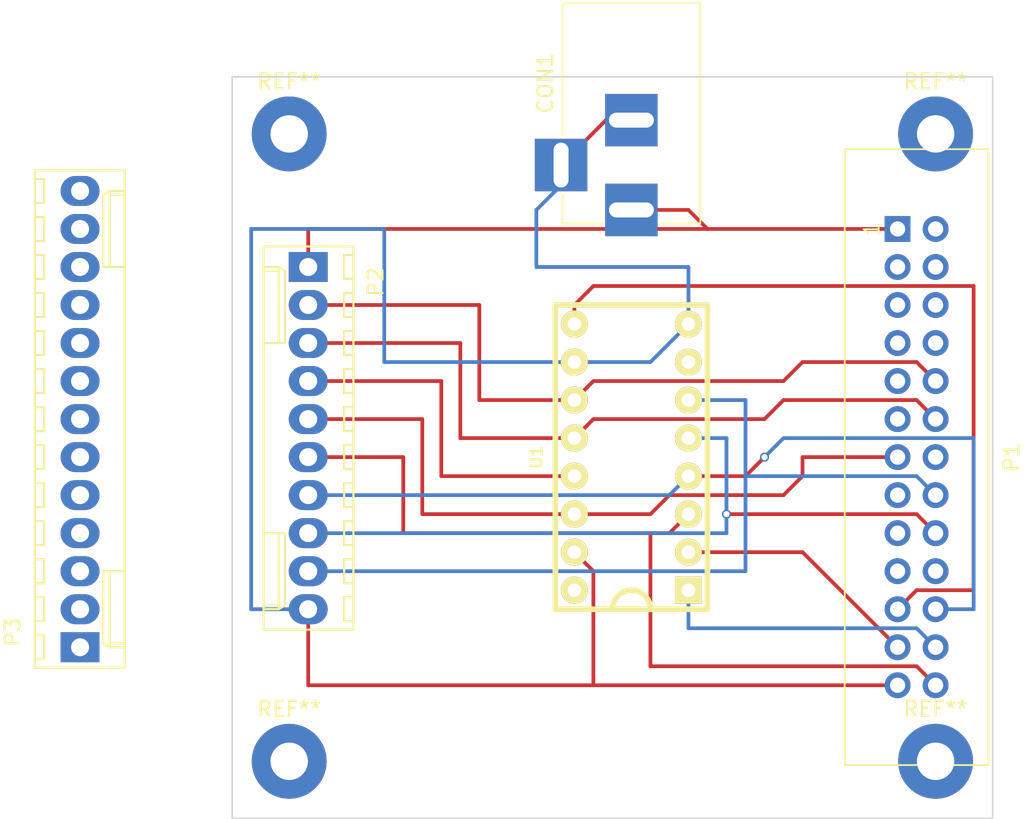
<source format=kicad_pcb>
(kicad_pcb (version 4) (host pcbnew 4.0.5-e0-6337~49~ubuntu16.04.1)

  (general
    (links 28)
    (no_connects 2)
    (area 130.759999 59.639999 181.660001 109.270001)
    (thickness 1.6)
    (drawings 4)
    (tracks 93)
    (zones 0)
    (modules 9)
    (nets 41)
  )

  (page A4)
  (layers
    (0 F.Cu signal)
    (31 B.Cu signal)
    (32 B.Adhes user)
    (33 F.Adhes user)
    (34 B.Paste user)
    (35 F.Paste user)
    (36 B.SilkS user)
    (37 F.SilkS user)
    (38 B.Mask user)
    (39 F.Mask user)
    (40 Dwgs.User user)
    (41 Cmts.User user)
    (42 Eco1.User user)
    (43 Eco2.User user)
    (44 Edge.Cuts user)
    (45 Margin user)
    (46 B.CrtYd user)
    (47 F.CrtYd user)
    (48 B.Fab user)
    (49 F.Fab user)
  )

  (setup
    (last_trace_width 0.25)
    (trace_clearance 0.2)
    (zone_clearance 0.508)
    (zone_45_only no)
    (trace_min 0.2)
    (segment_width 0.2)
    (edge_width 0.1)
    (via_size 0.6)
    (via_drill 0.4)
    (via_min_size 0.4)
    (via_min_drill 0.3)
    (uvia_size 0.3)
    (uvia_drill 0.1)
    (uvias_allowed no)
    (uvia_min_size 0.2)
    (uvia_min_drill 0.1)
    (pcb_text_width 0.3)
    (pcb_text_size 1.5 1.5)
    (mod_edge_width 0.15)
    (mod_text_size 1 1)
    (mod_text_width 0.15)
    (pad_size 1.5 1.5)
    (pad_drill 0.6)
    (pad_to_mask_clearance 0)
    (aux_axis_origin 0 0)
    (grid_origin 123.19 52.07)
    (visible_elements FFFFFF7F)
    (pcbplotparams
      (layerselection 0x00030_80000001)
      (usegerberextensions false)
      (excludeedgelayer true)
      (linewidth 0.100000)
      (plotframeref false)
      (viasonmask false)
      (mode 1)
      (useauxorigin false)
      (hpglpennumber 1)
      (hpglpenspeed 20)
      (hpglpendiameter 15)
      (hpglpenoverlay 2)
      (psnegative false)
      (psa4output false)
      (plotreference true)
      (plotvalue true)
      (plotinvisibletext false)
      (padsonsilk false)
      (subtractmaskfromsilk false)
      (outputformat 1)
      (mirror false)
      (drillshape 0)
      (scaleselection 1)
      (outputdirectory ""))
  )

  (net 0 "")
  (net 1 GND)
  (net 2 "Net-(P1-Pad2)")
  (net 3 "Net-(P1-Pad3)")
  (net 4 "Net-(P1-Pad4)")
  (net 5 "Net-(P1-Pad5)")
  (net 6 "Net-(P1-Pad6)")
  (net 7 "Net-(P1-Pad7)")
  (net 8 "Net-(P1-Pad9)")
  (net 9 "Net-(P1-Pad11)")
  (net 10 "Net-(P1-Pad14)")
  (net 11 "Net-(P1-Pad15)")
  (net 12 "Net-(P1-Pad17)")
  (net 13 "Net-(P1-Pad19)")
  (net 14 "Net-(P1-Pad20)")
  (net 15 +3V3)
  (net 16 "Net-(U1-Pad7)")
  (net 17 VCC)
  (net 18 /D2)
  (net 19 /D0)
  (net 20 /D1)
  (net 21 /D3)
  (net 22 /D7)
  (net 23 /D6)
  (net 24 /D5)
  (net 25 /D4)
  (net 26 /MISO)
  (net 27 /Clock)
  (net 28 /Load)
  (net 29 +5V)
  (net 30 "Net-(P3-Pad3)")
  (net 31 "Net-(P3-Pad4)")
  (net 32 "Net-(P3-Pad5)")
  (net 33 "Net-(P3-Pad6)")
  (net 34 "Net-(P3-Pad7)")
  (net 35 "Net-(P3-Pad8)")
  (net 36 "Net-(P3-Pad9)")
  (net 37 "Net-(P3-Pad10)")
  (net 38 "Net-(P3-Pad11)")
  (net 39 "Net-(P3-Pad12)")
  (net 40 "Net-(P3-Pad13)")

  (net_class Default "This is the default net class."
    (clearance 0.2)
    (trace_width 0.25)
    (via_dia 0.6)
    (via_drill 0.4)
    (uvia_dia 0.3)
    (uvia_drill 0.1)
    (add_net +3V3)
    (add_net +5V)
    (add_net /Clock)
    (add_net /D0)
    (add_net /D1)
    (add_net /D2)
    (add_net /D3)
    (add_net /D4)
    (add_net /D5)
    (add_net /D6)
    (add_net /D7)
    (add_net /Load)
    (add_net /MISO)
    (add_net GND)
    (add_net "Net-(P1-Pad11)")
    (add_net "Net-(P1-Pad14)")
    (add_net "Net-(P1-Pad15)")
    (add_net "Net-(P1-Pad17)")
    (add_net "Net-(P1-Pad19)")
    (add_net "Net-(P1-Pad2)")
    (add_net "Net-(P1-Pad20)")
    (add_net "Net-(P1-Pad3)")
    (add_net "Net-(P1-Pad4)")
    (add_net "Net-(P1-Pad5)")
    (add_net "Net-(P1-Pad6)")
    (add_net "Net-(P1-Pad7)")
    (add_net "Net-(P1-Pad9)")
    (add_net "Net-(P3-Pad10)")
    (add_net "Net-(P3-Pad11)")
    (add_net "Net-(P3-Pad12)")
    (add_net "Net-(P3-Pad13)")
    (add_net "Net-(P3-Pad3)")
    (add_net "Net-(P3-Pad4)")
    (add_net "Net-(P3-Pad5)")
    (add_net "Net-(P3-Pad6)")
    (add_net "Net-(P3-Pad7)")
    (add_net "Net-(P3-Pad8)")
    (add_net "Net-(P3-Pad9)")
    (add_net "Net-(U1-Pad7)")
    (add_net VCC)
  )

  (module Connect:IDC_Header_Straight_26pins (layer F.Cu) (tedit 0) (tstamp 58716D2A)
    (at 175.26 69.85 270)
    (descr "26 pins through hole IDC header")
    (tags "IDC header socket VASCH")
    (path /585C4A7F)
    (fp_text reference P1 (at 15.24 -7.62 270) (layer F.SilkS)
      (effects (font (size 1 1) (thickness 0.15)))
    )
    (fp_text value CONN_02X13 (at 15.24 5.223 270) (layer F.Fab)
      (effects (font (size 1 1) (thickness 0.15)))
    )
    (fp_line (start -5.08 -5.82) (end 35.56 -5.82) (layer F.Fab) (width 0.1))
    (fp_line (start -4.54 -5.27) (end 35 -5.27) (layer F.Fab) (width 0.1))
    (fp_line (start -5.08 3.28) (end 35.56 3.28) (layer F.Fab) (width 0.1))
    (fp_line (start -4.54 2.73) (end 12.99 2.73) (layer F.Fab) (width 0.1))
    (fp_line (start 17.49 2.73) (end 35 2.73) (layer F.Fab) (width 0.1))
    (fp_line (start 12.99 2.73) (end 12.99 3.28) (layer F.Fab) (width 0.1))
    (fp_line (start 17.49 2.73) (end 17.49 3.28) (layer F.Fab) (width 0.1))
    (fp_line (start -5.08 -5.82) (end -5.08 3.28) (layer F.Fab) (width 0.1))
    (fp_line (start -4.54 -5.27) (end -4.54 2.73) (layer F.Fab) (width 0.1))
    (fp_line (start 35.56 -5.82) (end 35.56 3.28) (layer F.Fab) (width 0.1))
    (fp_line (start 35 -5.27) (end 35 2.73) (layer F.Fab) (width 0.1))
    (fp_line (start -5.08 -5.82) (end -4.54 -5.27) (layer F.Fab) (width 0.1))
    (fp_line (start 35.56 -5.82) (end 35 -5.27) (layer F.Fab) (width 0.1))
    (fp_line (start -5.08 3.28) (end -4.54 2.73) (layer F.Fab) (width 0.1))
    (fp_line (start 35.56 3.28) (end 35 2.73) (layer F.Fab) (width 0.1))
    (fp_line (start -5.58 -6.32) (end 36.06 -6.32) (layer F.CrtYd) (width 0.05))
    (fp_line (start 36.06 -6.32) (end 36.06 3.78) (layer F.CrtYd) (width 0.05))
    (fp_line (start 36.06 3.78) (end -5.58 3.78) (layer F.CrtYd) (width 0.05))
    (fp_line (start -5.58 3.78) (end -5.58 -6.32) (layer F.CrtYd) (width 0.05))
    (fp_text user 1 (at 0.02 1.72 270) (layer F.SilkS)
      (effects (font (size 1 1) (thickness 0.12)))
    )
    (fp_line (start -5.33 -6.07) (end 35.81 -6.07) (layer F.SilkS) (width 0.12))
    (fp_line (start 35.81 -6.07) (end 35.81 3.53) (layer F.SilkS) (width 0.12))
    (fp_line (start 35.81 3.53) (end -5.33 3.53) (layer F.SilkS) (width 0.12))
    (fp_line (start -5.33 3.53) (end -5.33 -6.07) (layer F.SilkS) (width 0.12))
    (pad 1 thru_hole rect (at 0 0 270) (size 1.7272 1.7272) (drill 1.016) (layers *.Cu *.Mask)
      (net 15 +3V3))
    (pad 2 thru_hole oval (at 0 -2.54 270) (size 1.7272 1.7272) (drill 1.016) (layers *.Cu *.Mask)
      (net 2 "Net-(P1-Pad2)"))
    (pad 3 thru_hole oval (at 2.54 0 270) (size 1.7272 1.7272) (drill 1.016) (layers *.Cu *.Mask)
      (net 3 "Net-(P1-Pad3)"))
    (pad 4 thru_hole oval (at 2.54 -2.54 270) (size 1.7272 1.7272) (drill 1.016) (layers *.Cu *.Mask)
      (net 4 "Net-(P1-Pad4)"))
    (pad 5 thru_hole oval (at 5.08 0 270) (size 1.7272 1.7272) (drill 1.016) (layers *.Cu *.Mask)
      (net 5 "Net-(P1-Pad5)"))
    (pad 6 thru_hole oval (at 5.08 -2.54 270) (size 1.7272 1.7272) (drill 1.016) (layers *.Cu *.Mask)
      (net 6 "Net-(P1-Pad6)"))
    (pad 7 thru_hole oval (at 7.62 0 270) (size 1.7272 1.7272) (drill 1.016) (layers *.Cu *.Mask)
      (net 7 "Net-(P1-Pad7)"))
    (pad 8 thru_hole oval (at 7.62 -2.54 270) (size 1.7272 1.7272) (drill 1.016) (layers *.Cu *.Mask)
      (net 18 /D2))
    (pad 9 thru_hole oval (at 10.16 0 270) (size 1.7272 1.7272) (drill 1.016) (layers *.Cu *.Mask)
      (net 8 "Net-(P1-Pad9)"))
    (pad 10 thru_hole oval (at 10.16 -2.54 270) (size 1.7272 1.7272) (drill 1.016) (layers *.Cu *.Mask)
      (net 19 /D0))
    (pad 11 thru_hole oval (at 12.7 0 270) (size 1.7272 1.7272) (drill 1.016) (layers *.Cu *.Mask)
      (net 9 "Net-(P1-Pad11)"))
    (pad 12 thru_hole oval (at 12.7 -2.54 270) (size 1.7272 1.7272) (drill 1.016) (layers *.Cu *.Mask)
      (net 20 /D1))
    (pad 13 thru_hole oval (at 15.24 0 270) (size 1.7272 1.7272) (drill 1.016) (layers *.Cu *.Mask)
      (net 21 /D3))
    (pad 14 thru_hole oval (at 15.24 -2.54 270) (size 1.7272 1.7272) (drill 1.016) (layers *.Cu *.Mask)
      (net 10 "Net-(P1-Pad14)"))
    (pad 15 thru_hole oval (at 17.78 0 270) (size 1.7272 1.7272) (drill 1.016) (layers *.Cu *.Mask)
      (net 11 "Net-(P1-Pad15)"))
    (pad 16 thru_hole oval (at 17.78 -2.54 270) (size 1.7272 1.7272) (drill 1.016) (layers *.Cu *.Mask)
      (net 22 /D7))
    (pad 17 thru_hole oval (at 20.32 0 270) (size 1.7272 1.7272) (drill 1.016) (layers *.Cu *.Mask)
      (net 12 "Net-(P1-Pad17)"))
    (pad 18 thru_hole oval (at 20.32 -2.54 270) (size 1.7272 1.7272) (drill 1.016) (layers *.Cu *.Mask)
      (net 23 /D6))
    (pad 19 thru_hole oval (at 22.86 0 270) (size 1.7272 1.7272) (drill 1.016) (layers *.Cu *.Mask)
      (net 13 "Net-(P1-Pad19)"))
    (pad 20 thru_hole oval (at 22.86 -2.54 270) (size 1.7272 1.7272) (drill 1.016) (layers *.Cu *.Mask)
      (net 14 "Net-(P1-Pad20)"))
    (pad 21 thru_hole oval (at 25.4 0 270) (size 1.7272 1.7272) (drill 1.016) (layers *.Cu *.Mask)
      (net 26 /MISO))
    (pad 22 thru_hole oval (at 25.4 -2.54 270) (size 1.7272 1.7272) (drill 1.016) (layers *.Cu *.Mask)
      (net 24 /D5))
    (pad 23 thru_hole oval (at 27.94 0 270) (size 1.7272 1.7272) (drill 1.016) (layers *.Cu *.Mask)
      (net 27 /Clock))
    (pad 24 thru_hole oval (at 27.94 -2.54 270) (size 1.7272 1.7272) (drill 1.016) (layers *.Cu *.Mask)
      (net 28 /Load))
    (pad 25 thru_hole oval (at 30.48 0 270) (size 1.7272 1.7272) (drill 1.016) (layers *.Cu *.Mask)
      (net 1 GND))
    (pad 26 thru_hole oval (at 30.48 -2.54 270) (size 1.7272 1.7272) (drill 1.016) (layers *.Cu *.Mask)
      (net 25 /D4))
  )

  (module Connectors_Molex:Molex_KK-6410-10_10x2.54mm_Straight (layer F.Cu) (tedit 56C6219D) (tstamp 58716D6C)
    (at 135.89 72.39 270)
    (descr "Connector Headers with Friction Lock, 22-27-2101, http://www.molex.com/pdm_docs/sd/022272021_sd.pdf")
    (tags "connector molex kk_6410 22-27-2101")
    (path /585C4A00)
    (fp_text reference P2 (at 1 -4.5 270) (layer F.SilkS)
      (effects (font (size 1 1) (thickness 0.15)))
    )
    (fp_text value CONN_01X10 (at 11.43 4.5 270) (layer F.Fab)
      (effects (font (size 1 1) (thickness 0.15)))
    )
    (fp_line (start -1.37 -3.02) (end -1.37 2.98) (layer F.SilkS) (width 0.15))
    (fp_line (start -1.37 2.98) (end 24.23 2.98) (layer F.SilkS) (width 0.15))
    (fp_line (start 24.23 2.98) (end 24.23 -3.02) (layer F.SilkS) (width 0.15))
    (fp_line (start 24.23 -3.02) (end -1.37 -3.02) (layer F.SilkS) (width 0.15))
    (fp_line (start 0 2.98) (end 0 1.98) (layer F.SilkS) (width 0.15))
    (fp_line (start 0 1.98) (end 5.08 1.98) (layer F.SilkS) (width 0.15))
    (fp_line (start 5.08 1.98) (end 5.08 2.98) (layer F.SilkS) (width 0.15))
    (fp_line (start 0 1.98) (end 0.25 1.55) (layer F.SilkS) (width 0.15))
    (fp_line (start 0.25 1.55) (end 5.08 1.55) (layer F.SilkS) (width 0.15))
    (fp_line (start 5.08 1.55) (end 5.08 1.98) (layer F.SilkS) (width 0.15))
    (fp_line (start 0.25 2.98) (end 0.25 1.98) (layer F.SilkS) (width 0.15))
    (fp_line (start 22.86 2.98) (end 22.86 1.98) (layer F.SilkS) (width 0.15))
    (fp_line (start 22.86 1.98) (end 17.78 1.98) (layer F.SilkS) (width 0.15))
    (fp_line (start 17.78 1.98) (end 17.78 2.98) (layer F.SilkS) (width 0.15))
    (fp_line (start 22.86 1.98) (end 22.61 1.55) (layer F.SilkS) (width 0.15))
    (fp_line (start 22.61 1.55) (end 17.78 1.55) (layer F.SilkS) (width 0.15))
    (fp_line (start 17.78 1.55) (end 17.78 1.98) (layer F.SilkS) (width 0.15))
    (fp_line (start 22.61 2.98) (end 22.61 1.98) (layer F.SilkS) (width 0.15))
    (fp_line (start -0.8 -3.02) (end -0.8 -2.4) (layer F.SilkS) (width 0.15))
    (fp_line (start -0.8 -2.4) (end 0.8 -2.4) (layer F.SilkS) (width 0.15))
    (fp_line (start 0.8 -2.4) (end 0.8 -3.02) (layer F.SilkS) (width 0.15))
    (fp_line (start 1.74 -3.02) (end 1.74 -2.4) (layer F.SilkS) (width 0.15))
    (fp_line (start 1.74 -2.4) (end 3.34 -2.4) (layer F.SilkS) (width 0.15))
    (fp_line (start 3.34 -2.4) (end 3.34 -3.02) (layer F.SilkS) (width 0.15))
    (fp_line (start 4.28 -3.02) (end 4.28 -2.4) (layer F.SilkS) (width 0.15))
    (fp_line (start 4.28 -2.4) (end 5.88 -2.4) (layer F.SilkS) (width 0.15))
    (fp_line (start 5.88 -2.4) (end 5.88 -3.02) (layer F.SilkS) (width 0.15))
    (fp_line (start 6.82 -3.02) (end 6.82 -2.4) (layer F.SilkS) (width 0.15))
    (fp_line (start 6.82 -2.4) (end 8.42 -2.4) (layer F.SilkS) (width 0.15))
    (fp_line (start 8.42 -2.4) (end 8.42 -3.02) (layer F.SilkS) (width 0.15))
    (fp_line (start 9.36 -3.02) (end 9.36 -2.4) (layer F.SilkS) (width 0.15))
    (fp_line (start 9.36 -2.4) (end 10.96 -2.4) (layer F.SilkS) (width 0.15))
    (fp_line (start 10.96 -2.4) (end 10.96 -3.02) (layer F.SilkS) (width 0.15))
    (fp_line (start 11.9 -3.02) (end 11.9 -2.4) (layer F.SilkS) (width 0.15))
    (fp_line (start 11.9 -2.4) (end 13.5 -2.4) (layer F.SilkS) (width 0.15))
    (fp_line (start 13.5 -2.4) (end 13.5 -3.02) (layer F.SilkS) (width 0.15))
    (fp_line (start 14.44 -3.02) (end 14.44 -2.4) (layer F.SilkS) (width 0.15))
    (fp_line (start 14.44 -2.4) (end 16.04 -2.4) (layer F.SilkS) (width 0.15))
    (fp_line (start 16.04 -2.4) (end 16.04 -3.02) (layer F.SilkS) (width 0.15))
    (fp_line (start 16.98 -3.02) (end 16.98 -2.4) (layer F.SilkS) (width 0.15))
    (fp_line (start 16.98 -2.4) (end 18.58 -2.4) (layer F.SilkS) (width 0.15))
    (fp_line (start 18.58 -2.4) (end 18.58 -3.02) (layer F.SilkS) (width 0.15))
    (fp_line (start 19.52 -3.02) (end 19.52 -2.4) (layer F.SilkS) (width 0.15))
    (fp_line (start 19.52 -2.4) (end 21.12 -2.4) (layer F.SilkS) (width 0.15))
    (fp_line (start 21.12 -2.4) (end 21.12 -3.02) (layer F.SilkS) (width 0.15))
    (fp_line (start 22.06 -3.02) (end 22.06 -2.4) (layer F.SilkS) (width 0.15))
    (fp_line (start 22.06 -2.4) (end 23.66 -2.4) (layer F.SilkS) (width 0.15))
    (fp_line (start 23.66 -2.4) (end 23.66 -3.02) (layer F.SilkS) (width 0.15))
    (fp_line (start -1.9 3.5) (end -1.9 -3.55) (layer F.CrtYd) (width 0.05))
    (fp_line (start -1.9 -3.55) (end 24.75 -3.55) (layer F.CrtYd) (width 0.05))
    (fp_line (start 24.75 -3.55) (end 24.75 3.5) (layer F.CrtYd) (width 0.05))
    (fp_line (start 24.75 3.5) (end -1.9 3.5) (layer F.CrtYd) (width 0.05))
    (pad 1 thru_hole rect (at 0 0 270) (size 2 2.6) (drill 1.2) (layers *.Cu *.Mask)
      (net 15 +3V3))
    (pad 2 thru_hole oval (at 2.54 0 270) (size 2 2.6) (drill 1.2) (layers *.Cu *.Mask)
      (net 19 /D0))
    (pad 3 thru_hole oval (at 5.08 0 270) (size 2 2.6) (drill 1.2) (layers *.Cu *.Mask)
      (net 20 /D1))
    (pad 4 thru_hole oval (at 7.62 0 270) (size 2 2.6) (drill 1.2) (layers *.Cu *.Mask)
      (net 18 /D2))
    (pad 5 thru_hole oval (at 10.16 0 270) (size 2 2.6) (drill 1.2) (layers *.Cu *.Mask)
      (net 21 /D3))
    (pad 6 thru_hole oval (at 12.7 0 270) (size 2 2.6) (drill 1.2) (layers *.Cu *.Mask)
      (net 25 /D4))
    (pad 7 thru_hole oval (at 15.24 0 270) (size 2 2.6) (drill 1.2) (layers *.Cu *.Mask)
      (net 24 /D5))
    (pad 8 thru_hole oval (at 17.78 0 270) (size 2 2.6) (drill 1.2) (layers *.Cu *.Mask)
      (net 23 /D6))
    (pad 9 thru_hole oval (at 20.32 0 270) (size 2 2.6) (drill 1.2) (layers *.Cu *.Mask)
      (net 22 /D7))
    (pad 10 thru_hole oval (at 22.86 0 270) (size 2 2.6) (drill 1.2) (layers *.Cu *.Mask)
      (net 1 GND))
  )

  (module dip:DIP16 (layer F.Cu) (tedit 0) (tstamp 58716D86)
    (at 157.48 85.09 90)
    (path /585C4865)
    (fp_text reference U1 (at 0 -6.35 90) (layer F.SilkS)
      (effects (font (size 0.762 0.762) (thickness 0.1524)))
    )
    (fp_text value 74LS165 (at 0 0 90) (layer F.SilkS) hide
      (effects (font (size 0.762 0.762) (thickness 0.1524)))
    )
    (fp_arc (start -10.16 0) (end -10.16 -1.27) (angle 90) (layer F.SilkS) (width 0.381))
    (fp_arc (start -10.16 0) (end -8.89 0) (angle 90) (layer F.SilkS) (width 0.381))
    (fp_line (start -10.16 -5.08) (end -10.16 5.08) (layer F.SilkS) (width 0.381))
    (fp_line (start -10.16 5.08) (end 10.16 5.08) (layer F.SilkS) (width 0.381))
    (fp_line (start 10.16 5.08) (end 10.16 -5.08) (layer F.SilkS) (width 0.381))
    (fp_line (start 10.16 -5.08) (end -10.16 -5.08) (layer F.SilkS) (width 0.381))
    (pad 1 thru_hole rect (at -8.89 3.81 90) (size 1.8 1.8) (drill 0.9) (layers *.Cu *.Mask F.SilkS)
      (net 28 /Load))
    (pad 2 thru_hole circle (at -6.35 3.81 90) (size 1.8 1.8) (drill 0.9) (layers *.Cu *.Mask F.SilkS)
      (net 27 /Clock))
    (pad 4 thru_hole circle (at -1.27 3.81 90) (size 1.8 1.8) (drill 0.9) (layers *.Cu *.Mask F.SilkS)
      (net 24 /D5))
    (pad 5 thru_hole circle (at 1.27 3.81 90) (size 1.8 1.8) (drill 0.9) (layers *.Cu *.Mask F.SilkS)
      (net 23 /D6))
    (pad 6 thru_hole circle (at 3.81 3.81 90) (size 1.8 1.8) (drill 0.9) (layers *.Cu *.Mask F.SilkS)
      (net 22 /D7))
    (pad 7 thru_hole circle (at 6.35 3.81 90) (size 1.8 1.8) (drill 0.9) (layers *.Cu *.Mask F.SilkS)
      (net 16 "Net-(U1-Pad7)"))
    (pad 8 thru_hole circle (at 8.89 3.81 90) (size 1.8 1.8) (drill 0.9) (layers *.Cu *.Mask F.SilkS)
      (net 1 GND))
    (pad 9 thru_hole circle (at 8.89 -3.81 90) (size 1.8 1.8) (drill 0.9) (layers *.Cu *.Mask F.SilkS)
      (net 26 /MISO))
    (pad 10 thru_hole circle (at 6.35 -3.81 90) (size 1.8 1.8) (drill 0.9) (layers *.Cu *.Mask F.SilkS)
      (net 1 GND))
    (pad 11 thru_hole circle (at 3.81 -3.81 90) (size 1.8 1.8) (drill 0.9) (layers *.Cu *.Mask F.SilkS)
      (net 19 /D0))
    (pad 12 thru_hole circle (at 1.27 -3.81 90) (size 1.8 1.8) (drill 0.9) (layers *.Cu *.Mask F.SilkS)
      (net 20 /D1))
    (pad 13 thru_hole circle (at -1.27 -3.81 90) (size 1.8 1.8) (drill 0.9) (layers *.Cu *.Mask F.SilkS)
      (net 18 /D2))
    (pad 14 thru_hole circle (at -3.81 -3.81 90) (size 1.8 1.8) (drill 0.9) (layers *.Cu *.Mask F.SilkS)
      (net 21 /D3))
    (pad 15 thru_hole circle (at -6.35 -3.81 90) (size 1.8 1.8) (drill 0.9) (layers *.Cu *.Mask F.SilkS)
      (net 1 GND))
    (pad 16 thru_hole circle (at -8.89 -3.81 90) (size 1.8 1.8) (drill 0.9) (layers *.Cu *.Mask F.SilkS)
      (net 17 VCC))
    (pad 3 thru_hole circle (at -3.81 3.81 90) (size 1.8 1.8) (drill 0.9) (layers *.Cu *.Mask F.SilkS)
      (net 25 /D4))
  )

  (module Mounting_Holes:MountingHole_2.5mm_Pad (layer F.Cu) (tedit 5872A8C5) (tstamp 58728FBE)
    (at 177.8 63.5)
    (descr "Mounting Hole 2.5mm")
    (tags "mounting hole 2.5mm")
    (fp_text reference REF** (at 0 -3.5) (layer F.SilkS)
      (effects (font (size 1 1) (thickness 0.15)))
    )
    (fp_text value "" (at 0 3.5) (layer F.Fab)
      (effects (font (size 1 1) (thickness 0.15)))
    )
    (fp_circle (center 0 0) (end 2.5 0) (layer Cmts.User) (width 0.15))
    (fp_circle (center 0 0) (end 2.75 0) (layer F.CrtYd) (width 0.05))
    (pad 1 thru_hole circle (at 0 0) (size 5 5) (drill 2.5) (layers *.Cu *.Mask))
  )

  (module Mounting_Holes:MountingHole_2.5mm_Pad (layer F.Cu) (tedit 5872A8D2) (tstamp 58728FE4)
    (at 177.8 105.41)
    (descr "Mounting Hole 2.5mm")
    (tags "mounting hole 2.5mm")
    (fp_text reference REF** (at 0 -3.5) (layer F.SilkS)
      (effects (font (size 1 1) (thickness 0.15)))
    )
    (fp_text value "" (at 0 3.5) (layer F.Fab)
      (effects (font (size 1 1) (thickness 0.15)))
    )
    (fp_circle (center 0 0) (end 2.5 0) (layer Cmts.User) (width 0.15))
    (fp_circle (center 0 0) (end 2.75 0) (layer F.CrtYd) (width 0.05))
    (pad 1 thru_hole circle (at 0 0) (size 5 5) (drill 2.5) (layers *.Cu *.Mask))
  )

  (module Mounting_Holes:MountingHole_2.5mm_Pad (layer F.Cu) (tedit 5872A8DD) (tstamp 58728FF5)
    (at 134.62 105.41)
    (descr "Mounting Hole 2.5mm")
    (tags "mounting hole 2.5mm")
    (fp_text reference REF** (at 0 -3.5) (layer F.SilkS)
      (effects (font (size 1 1) (thickness 0.15)))
    )
    (fp_text value "" (at 0 3.5) (layer F.Fab)
      (effects (font (size 1 1) (thickness 0.15)))
    )
    (fp_circle (center 0 0) (end 2.5 0) (layer Cmts.User) (width 0.15))
    (fp_circle (center 0 0) (end 2.75 0) (layer F.CrtYd) (width 0.05))
    (pad 1 thru_hole circle (at 0 0) (size 5 5) (drill 2.5) (layers *.Cu *.Mask))
  )

  (module Mounting_Holes:MountingHole_2.5mm_Pad (layer F.Cu) (tedit 5872A8AE) (tstamp 58728FFE)
    (at 134.62 63.5)
    (descr "Mounting Hole 2.5mm")
    (tags "mounting hole 2.5mm")
    (fp_text reference REF** (at 0 -3.5) (layer F.SilkS)
      (effects (font (size 1 1) (thickness 0.15)))
    )
    (fp_text value "" (at 0 3.5) (layer F.Fab)
      (effects (font (size 1 1) (thickness 0.15)))
    )
    (fp_circle (center 0 0) (end 2.5 0) (layer Cmts.User) (width 0.15))
    (fp_circle (center 0 0) (end 2.75 0) (layer F.CrtYd) (width 0.05))
    (pad 1 thru_hole circle (at 0 0) (size 5 5) (drill 2.5) (layers *.Cu *.Mask))
  )

  (module Connect:BARREL_JACK (layer F.Cu) (tedit 5861378E) (tstamp 587B35A4)
    (at 157.48 68.58 270)
    (descr "DC Barrel Jack")
    (tags "Power Jack")
    (path /587B349B)
    (fp_text reference CON1 (at -8.45 5.75 450) (layer F.SilkS)
      (effects (font (size 1 1) (thickness 0.15)))
    )
    (fp_text value BARREL_JACK (at -6.2 -5.5 270) (layer F.Fab)
      (effects (font (size 1 1) (thickness 0.15)))
    )
    (fp_line (start 1 -4.5) (end 1 -4.75) (layer F.CrtYd) (width 0.05))
    (fp_line (start 1 -4.75) (end -14 -4.75) (layer F.CrtYd) (width 0.05))
    (fp_line (start 1 -4.5) (end 1 -2) (layer F.CrtYd) (width 0.05))
    (fp_line (start 1 -2) (end 2 -2) (layer F.CrtYd) (width 0.05))
    (fp_line (start 2 -2) (end 2 2) (layer F.CrtYd) (width 0.05))
    (fp_line (start 2 2) (end 1 2) (layer F.CrtYd) (width 0.05))
    (fp_line (start 1 2) (end 1 4.75) (layer F.CrtYd) (width 0.05))
    (fp_line (start 1 4.75) (end -1 4.75) (layer F.CrtYd) (width 0.05))
    (fp_line (start -1 4.75) (end -1 6.75) (layer F.CrtYd) (width 0.05))
    (fp_line (start -1 6.75) (end -5 6.75) (layer F.CrtYd) (width 0.05))
    (fp_line (start -5 6.75) (end -5 4.75) (layer F.CrtYd) (width 0.05))
    (fp_line (start -5 4.75) (end -14 4.75) (layer F.CrtYd) (width 0.05))
    (fp_line (start -14 4.75) (end -14 -4.75) (layer F.CrtYd) (width 0.05))
    (fp_line (start -5 4.6) (end -13.8 4.6) (layer F.SilkS) (width 0.12))
    (fp_line (start -13.8 4.6) (end -13.8 -4.6) (layer F.SilkS) (width 0.12))
    (fp_line (start 0.9 1.9) (end 0.9 4.6) (layer F.SilkS) (width 0.12))
    (fp_line (start 0.9 4.6) (end -1 4.6) (layer F.SilkS) (width 0.12))
    (fp_line (start -13.8 -4.6) (end 0.9 -4.6) (layer F.SilkS) (width 0.12))
    (fp_line (start 0.9 -4.6) (end 0.9 -2) (layer F.SilkS) (width 0.12))
    (fp_line (start -10.2 -4.5) (end -10.2 4.5) (layer F.Fab) (width 0.1))
    (fp_line (start -13.7 -4.5) (end -13.7 4.5) (layer F.Fab) (width 0.1))
    (fp_line (start -13.7 4.5) (end 0.8 4.5) (layer F.Fab) (width 0.1))
    (fp_line (start 0.8 4.5) (end 0.8 -4.5) (layer F.Fab) (width 0.1))
    (fp_line (start 0.8 -4.5) (end -13.7 -4.5) (layer F.Fab) (width 0.1))
    (pad 1 thru_hole rect (at 0 0 270) (size 3.5 3.5) (drill oval 1 3) (layers *.Cu *.Mask)
      (net 15 +3V3))
    (pad 2 thru_hole rect (at -6 0 270) (size 3.5 3.5) (drill oval 1 3) (layers *.Cu *.Mask)
      (net 1 GND))
    (pad 3 thru_hole rect (at -3 4.7 270) (size 3.5 3.5) (drill oval 3 1) (layers *.Cu *.Mask)
      (net 1 GND))
  )

  (module Connectors_Molex:Molex_KK-6410-13_13x2.54mm_Straight (layer F.Cu) (tedit 56C6219D) (tstamp 587B4D92)
    (at 120.65 97.79 90)
    (descr "Connector Headers with Friction Lock, 22-27-2131, http://www.molex.com/pdm_docs/sd/022272021_sd.pdf")
    (tags "connector molex kk_6410 22-27-2131")
    (path /587B4668)
    (fp_text reference P3 (at 1 -4.5 90) (layer F.SilkS)
      (effects (font (size 1 1) (thickness 0.15)))
    )
    (fp_text value CONN_01X13 (at 15.24 4.5 90) (layer F.Fab)
      (effects (font (size 1 1) (thickness 0.15)))
    )
    (fp_line (start -1.37 -3.02) (end -1.37 2.98) (layer F.SilkS) (width 0.15))
    (fp_line (start -1.37 2.98) (end 31.85 2.98) (layer F.SilkS) (width 0.15))
    (fp_line (start 31.85 2.98) (end 31.85 -3.02) (layer F.SilkS) (width 0.15))
    (fp_line (start 31.85 -3.02) (end -1.37 -3.02) (layer F.SilkS) (width 0.15))
    (fp_line (start 0 2.98) (end 0 1.98) (layer F.SilkS) (width 0.15))
    (fp_line (start 0 1.98) (end 5.08 1.98) (layer F.SilkS) (width 0.15))
    (fp_line (start 5.08 1.98) (end 5.08 2.98) (layer F.SilkS) (width 0.15))
    (fp_line (start 0 1.98) (end 0.25 1.55) (layer F.SilkS) (width 0.15))
    (fp_line (start 0.25 1.55) (end 5.08 1.55) (layer F.SilkS) (width 0.15))
    (fp_line (start 5.08 1.55) (end 5.08 1.98) (layer F.SilkS) (width 0.15))
    (fp_line (start 0.25 2.98) (end 0.25 1.98) (layer F.SilkS) (width 0.15))
    (fp_line (start 30.48 2.98) (end 30.48 1.98) (layer F.SilkS) (width 0.15))
    (fp_line (start 30.48 1.98) (end 25.4 1.98) (layer F.SilkS) (width 0.15))
    (fp_line (start 25.4 1.98) (end 25.4 2.98) (layer F.SilkS) (width 0.15))
    (fp_line (start 30.48 1.98) (end 30.23 1.55) (layer F.SilkS) (width 0.15))
    (fp_line (start 30.23 1.55) (end 25.4 1.55) (layer F.SilkS) (width 0.15))
    (fp_line (start 25.4 1.55) (end 25.4 1.98) (layer F.SilkS) (width 0.15))
    (fp_line (start 30.23 2.98) (end 30.23 1.98) (layer F.SilkS) (width 0.15))
    (fp_line (start -0.8 -3.02) (end -0.8 -2.4) (layer F.SilkS) (width 0.15))
    (fp_line (start -0.8 -2.4) (end 0.8 -2.4) (layer F.SilkS) (width 0.15))
    (fp_line (start 0.8 -2.4) (end 0.8 -3.02) (layer F.SilkS) (width 0.15))
    (fp_line (start 1.74 -3.02) (end 1.74 -2.4) (layer F.SilkS) (width 0.15))
    (fp_line (start 1.74 -2.4) (end 3.34 -2.4) (layer F.SilkS) (width 0.15))
    (fp_line (start 3.34 -2.4) (end 3.34 -3.02) (layer F.SilkS) (width 0.15))
    (fp_line (start 4.28 -3.02) (end 4.28 -2.4) (layer F.SilkS) (width 0.15))
    (fp_line (start 4.28 -2.4) (end 5.88 -2.4) (layer F.SilkS) (width 0.15))
    (fp_line (start 5.88 -2.4) (end 5.88 -3.02) (layer F.SilkS) (width 0.15))
    (fp_line (start 6.82 -3.02) (end 6.82 -2.4) (layer F.SilkS) (width 0.15))
    (fp_line (start 6.82 -2.4) (end 8.42 -2.4) (layer F.SilkS) (width 0.15))
    (fp_line (start 8.42 -2.4) (end 8.42 -3.02) (layer F.SilkS) (width 0.15))
    (fp_line (start 9.36 -3.02) (end 9.36 -2.4) (layer F.SilkS) (width 0.15))
    (fp_line (start 9.36 -2.4) (end 10.96 -2.4) (layer F.SilkS) (width 0.15))
    (fp_line (start 10.96 -2.4) (end 10.96 -3.02) (layer F.SilkS) (width 0.15))
    (fp_line (start 11.9 -3.02) (end 11.9 -2.4) (layer F.SilkS) (width 0.15))
    (fp_line (start 11.9 -2.4) (end 13.5 -2.4) (layer F.SilkS) (width 0.15))
    (fp_line (start 13.5 -2.4) (end 13.5 -3.02) (layer F.SilkS) (width 0.15))
    (fp_line (start 14.44 -3.02) (end 14.44 -2.4) (layer F.SilkS) (width 0.15))
    (fp_line (start 14.44 -2.4) (end 16.04 -2.4) (layer F.SilkS) (width 0.15))
    (fp_line (start 16.04 -2.4) (end 16.04 -3.02) (layer F.SilkS) (width 0.15))
    (fp_line (start 16.98 -3.02) (end 16.98 -2.4) (layer F.SilkS) (width 0.15))
    (fp_line (start 16.98 -2.4) (end 18.58 -2.4) (layer F.SilkS) (width 0.15))
    (fp_line (start 18.58 -2.4) (end 18.58 -3.02) (layer F.SilkS) (width 0.15))
    (fp_line (start 19.52 -3.02) (end 19.52 -2.4) (layer F.SilkS) (width 0.15))
    (fp_line (start 19.52 -2.4) (end 21.12 -2.4) (layer F.SilkS) (width 0.15))
    (fp_line (start 21.12 -2.4) (end 21.12 -3.02) (layer F.SilkS) (width 0.15))
    (fp_line (start 22.06 -3.02) (end 22.06 -2.4) (layer F.SilkS) (width 0.15))
    (fp_line (start 22.06 -2.4) (end 23.66 -2.4) (layer F.SilkS) (width 0.15))
    (fp_line (start 23.66 -2.4) (end 23.66 -3.02) (layer F.SilkS) (width 0.15))
    (fp_line (start 24.6 -3.02) (end 24.6 -2.4) (layer F.SilkS) (width 0.15))
    (fp_line (start 24.6 -2.4) (end 26.2 -2.4) (layer F.SilkS) (width 0.15))
    (fp_line (start 26.2 -2.4) (end 26.2 -3.02) (layer F.SilkS) (width 0.15))
    (fp_line (start 27.14 -3.02) (end 27.14 -2.4) (layer F.SilkS) (width 0.15))
    (fp_line (start 27.14 -2.4) (end 28.74 -2.4) (layer F.SilkS) (width 0.15))
    (fp_line (start 28.74 -2.4) (end 28.74 -3.02) (layer F.SilkS) (width 0.15))
    (fp_line (start 29.68 -3.02) (end 29.68 -2.4) (layer F.SilkS) (width 0.15))
    (fp_line (start 29.68 -2.4) (end 31.28 -2.4) (layer F.SilkS) (width 0.15))
    (fp_line (start 31.28 -2.4) (end 31.28 -3.02) (layer F.SilkS) (width 0.15))
    (fp_line (start -1.9 3.5) (end -1.9 -3.55) (layer F.CrtYd) (width 0.05))
    (fp_line (start -1.9 -3.55) (end 32.4 -3.55) (layer F.CrtYd) (width 0.05))
    (fp_line (start 32.4 -3.55) (end 32.4 3.5) (layer F.CrtYd) (width 0.05))
    (fp_line (start 32.4 3.5) (end -1.9 3.5) (layer F.CrtYd) (width 0.05))
    (pad 1 thru_hole rect (at 0 0 90) (size 2 2.6) (drill 1.2) (layers *.Cu *.Mask)
      (net 29 +5V))
    (pad 2 thru_hole oval (at 2.54 0 90) (size 2 2.6) (drill 1.2) (layers *.Cu *.Mask)
      (net 1 GND))
    (pad 3 thru_hole oval (at 5.08 0 90) (size 2 2.6) (drill 1.2) (layers *.Cu *.Mask)
      (net 30 "Net-(P3-Pad3)"))
    (pad 4 thru_hole oval (at 7.62 0 90) (size 2 2.6) (drill 1.2) (layers *.Cu *.Mask)
      (net 31 "Net-(P3-Pad4)"))
    (pad 5 thru_hole oval (at 10.16 0 90) (size 2 2.6) (drill 1.2) (layers *.Cu *.Mask)
      (net 32 "Net-(P3-Pad5)"))
    (pad 6 thru_hole oval (at 12.7 0 90) (size 2 2.6) (drill 1.2) (layers *.Cu *.Mask)
      (net 33 "Net-(P3-Pad6)"))
    (pad 7 thru_hole oval (at 15.24 0 90) (size 2 2.6) (drill 1.2) (layers *.Cu *.Mask)
      (net 34 "Net-(P3-Pad7)"))
    (pad 8 thru_hole oval (at 17.78 0 90) (size 2 2.6) (drill 1.2) (layers *.Cu *.Mask)
      (net 35 "Net-(P3-Pad8)"))
    (pad 9 thru_hole oval (at 20.32 0 90) (size 2 2.6) (drill 1.2) (layers *.Cu *.Mask)
      (net 36 "Net-(P3-Pad9)"))
    (pad 10 thru_hole oval (at 22.86 0 90) (size 2 2.6) (drill 1.2) (layers *.Cu *.Mask)
      (net 37 "Net-(P3-Pad10)"))
    (pad 11 thru_hole oval (at 25.4 0 90) (size 2 2.6) (drill 1.2) (layers *.Cu *.Mask)
      (net 38 "Net-(P3-Pad11)"))
    (pad 12 thru_hole oval (at 27.94 0 90) (size 2 2.6) (drill 1.2) (layers *.Cu *.Mask)
      (net 39 "Net-(P3-Pad12)"))
    (pad 13 thru_hole oval (at 30.48 0 90) (size 2 2.6) (drill 1.2) (layers *.Cu *.Mask)
      (net 40 "Net-(P3-Pad13)"))
  )

  (gr_line (start 130.81 109.22) (end 130.81 59.69) (angle 90) (layer Edge.Cuts) (width 0.1))
  (gr_line (start 181.61 109.22) (end 130.81 109.22) (angle 90) (layer Edge.Cuts) (width 0.1))
  (gr_line (start 181.61 59.69) (end 181.61 109.22) (angle 90) (layer Edge.Cuts) (width 0.1))
  (gr_line (start 130.81 59.69) (end 181.61 59.69) (angle 90) (layer Edge.Cuts) (width 0.1))

  (segment (start 157.48 62.58) (end 155.78 62.58) (width 0.25) (layer F.Cu) (net 1))
  (segment (start 155.78 62.58) (end 152.78 65.58) (width 0.25) (layer F.Cu) (net 1) (tstamp 587B362B))
  (segment (start 152.78 65.58) (end 152.78 66.93) (width 0.25) (layer B.Cu) (net 1))
  (segment (start 152.78 66.93) (end 151.13 68.58) (width 0.25) (layer B.Cu) (net 1) (tstamp 587B35F4))
  (segment (start 151.13 68.58) (end 151.13 72.39) (width 0.25) (layer B.Cu) (net 1) (tstamp 587B35FF))
  (segment (start 151.13 72.39) (end 161.29 72.39) (width 0.25) (layer B.Cu) (net 1) (tstamp 587B3605))
  (segment (start 161.29 72.39) (end 161.29 76.2) (width 0.25) (layer B.Cu) (net 1) (tstamp 587B3608))
  (segment (start 153.67 78.74) (end 140.97 78.74) (width 0.25) (layer B.Cu) (net 1))
  (segment (start 132.08 95.25) (end 135.89 95.25) (width 0.25) (layer B.Cu) (net 1) (tstamp 5872A48E))
  (segment (start 132.08 69.85) (end 132.08 95.25) (width 0.25) (layer B.Cu) (net 1) (tstamp 5872A48C))
  (segment (start 140.97 69.85) (end 132.08 69.85) (width 0.25) (layer B.Cu) (net 1) (tstamp 5872A489))
  (segment (start 140.97 78.74) (end 140.97 69.85) (width 0.25) (layer B.Cu) (net 1) (tstamp 5872A46B))
  (segment (start 161.29 76.2) (end 158.75 78.74) (width 0.25) (layer B.Cu) (net 1))
  (segment (start 158.75 78.74) (end 153.67 78.74) (width 0.25) (layer B.Cu) (net 1) (tstamp 5872A458))
  (segment (start 153.67 91.44) (end 154.94 92.71) (width 0.25) (layer F.Cu) (net 1))
  (segment (start 154.94 92.71) (end 154.94 100.33) (width 0.25) (layer F.Cu) (net 1) (tstamp 5872A3CE))
  (segment (start 175.26 100.33) (end 154.94 100.33) (width 0.25) (layer F.Cu) (net 1))
  (segment (start 154.94 100.33) (end 135.89 100.33) (width 0.25) (layer F.Cu) (net 1) (tstamp 5872A3D9))
  (segment (start 135.89 100.33) (end 135.89 95.25) (width 0.25) (layer F.Cu) (net 1) (tstamp 5872A359))
  (segment (start 157.48 68.58) (end 161.29 68.58) (width 0.25) (layer F.Cu) (net 15))
  (segment (start 161.29 68.58) (end 162.56 69.85) (width 0.25) (layer F.Cu) (net 15) (tstamp 587B3621))
  (segment (start 175.26 69.85) (end 162.56 69.85) (width 0.25) (layer F.Cu) (net 15))
  (segment (start 162.56 69.85) (end 135.89 69.85) (width 0.25) (layer F.Cu) (net 15) (tstamp 587B3627))
  (segment (start 135.89 69.85) (end 135.89 72.39) (width 0.25) (layer F.Cu) (net 15) (tstamp 5872A356))
  (segment (start 135.89 80.01) (end 144.78 80.01) (width 0.25) (layer F.Cu) (net 18))
  (segment (start 144.78 86.36) (end 153.67 86.36) (width 0.25) (layer F.Cu) (net 18) (tstamp 5872A38F))
  (segment (start 144.78 80.01) (end 144.78 86.36) (width 0.25) (layer F.Cu) (net 18) (tstamp 5872A38C))
  (segment (start 153.67 81.28) (end 154.94 80.01) (width 0.25) (layer F.Cu) (net 19))
  (segment (start 176.53 78.74) (end 177.8 80.01) (width 0.25) (layer F.Cu) (net 19) (tstamp 5872A596))
  (segment (start 168.91 78.74) (end 176.53 78.74) (width 0.25) (layer F.Cu) (net 19) (tstamp 5872A595))
  (segment (start 167.64 80.01) (end 168.91 78.74) (width 0.25) (layer F.Cu) (net 19) (tstamp 5872A591))
  (segment (start 154.94 80.01) (end 167.64 80.01) (width 0.25) (layer F.Cu) (net 19) (tstamp 5872A58F))
  (segment (start 135.89 74.93) (end 147.32 74.93) (width 0.25) (layer F.Cu) (net 19))
  (segment (start 147.32 81.28) (end 153.67 81.28) (width 0.25) (layer F.Cu) (net 19) (tstamp 5872A362))
  (segment (start 147.32 74.93) (end 147.32 81.28) (width 0.25) (layer F.Cu) (net 19) (tstamp 5872A35C))
  (segment (start 153.67 83.82) (end 154.94 82.55) (width 0.25) (layer F.Cu) (net 20))
  (segment (start 176.53 81.28) (end 177.8 82.55) (width 0.25) (layer F.Cu) (net 20) (tstamp 5872A5C5))
  (segment (start 167.64 81.28) (end 176.53 81.28) (width 0.25) (layer F.Cu) (net 20) (tstamp 5872A5C4))
  (segment (start 166.37 82.55) (end 167.64 81.28) (width 0.25) (layer F.Cu) (net 20) (tstamp 5872A5C1))
  (segment (start 154.94 82.55) (end 166.37 82.55) (width 0.25) (layer F.Cu) (net 20) (tstamp 5872A5BF))
  (segment (start 135.89 77.47) (end 146.05 77.47) (width 0.25) (layer F.Cu) (net 20))
  (segment (start 146.05 83.82) (end 153.67 83.82) (width 0.25) (layer F.Cu) (net 20) (tstamp 5872A382))
  (segment (start 146.05 77.47) (end 146.05 83.82) (width 0.25) (layer F.Cu) (net 20) (tstamp 5872A381))
  (segment (start 153.67 88.9) (end 158.75 88.9) (width 0.25) (layer F.Cu) (net 21))
  (segment (start 168.91 85.09) (end 175.26 85.09) (width 0.25) (layer F.Cu) (net 21) (tstamp 5872A5E4))
  (segment (start 168.91 86.36) (end 168.91 85.09) (width 0.25) (layer F.Cu) (net 21) (tstamp 5872A5DF))
  (segment (start 167.64 87.63) (end 168.91 86.36) (width 0.25) (layer F.Cu) (net 21) (tstamp 5872A5DC))
  (segment (start 160.02 87.63) (end 167.64 87.63) (width 0.25) (layer F.Cu) (net 21) (tstamp 5872A5DB))
  (segment (start 158.75 88.9) (end 160.02 87.63) (width 0.25) (layer F.Cu) (net 21) (tstamp 5872A5D5))
  (segment (start 135.89 82.55) (end 143.51 82.55) (width 0.25) (layer F.Cu) (net 21))
  (segment (start 143.51 88.9) (end 153.67 88.9) (width 0.25) (layer F.Cu) (net 21) (tstamp 5872A39E))
  (segment (start 143.51 82.55) (end 143.51 88.9) (width 0.25) (layer F.Cu) (net 21) (tstamp 5872A39C))
  (segment (start 177.8 87.63) (end 176.53 86.36) (width 0.25) (layer B.Cu) (net 22))
  (segment (start 176.53 86.36) (end 165.1 86.36) (width 0.25) (layer B.Cu) (net 22) (tstamp 5872A635))
  (segment (start 135.89 92.71) (end 165.1 92.71) (width 0.25) (layer B.Cu) (net 22))
  (segment (start 165.1 81.28) (end 161.29 81.28) (width 0.25) (layer B.Cu) (net 22) (tstamp 5872A446))
  (segment (start 165.1 92.71) (end 165.1 86.36) (width 0.25) (layer B.Cu) (net 22) (tstamp 5872A443))
  (segment (start 165.1 86.36) (end 165.1 81.28) (width 0.25) (layer B.Cu) (net 22) (tstamp 5872A63C))
  (segment (start 177.8 90.17) (end 176.53 88.9) (width 0.25) (layer F.Cu) (net 23))
  (via (at 163.83 88.9) (size 0.6) (drill 0.4) (layers F.Cu B.Cu) (net 23))
  (segment (start 176.53 88.9) (end 163.83 88.9) (width 0.25) (layer F.Cu) (net 23) (tstamp 5872A64A))
  (segment (start 135.89 90.17) (end 163.83 90.17) (width 0.25) (layer B.Cu) (net 23))
  (segment (start 163.83 83.82) (end 161.29 83.82) (width 0.25) (layer B.Cu) (net 23) (tstamp 5872A432))
  (segment (start 163.83 90.17) (end 163.83 88.9) (width 0.25) (layer B.Cu) (net 23) (tstamp 5872A427))
  (segment (start 163.83 88.9) (end 163.83 83.82) (width 0.25) (layer B.Cu) (net 23) (tstamp 5872A654))
  (segment (start 161.29 86.36) (end 165.1 86.36) (width 0.25) (layer F.Cu) (net 24))
  (segment (start 180.34 95.25) (end 180.34 83.82) (width 0.25) (layer B.Cu) (net 24) (tstamp 5872A811))
  (segment (start 180.34 83.82) (end 167.64 83.82) (width 0.25) (layer B.Cu) (net 24) (tstamp 5872A817))
  (segment (start 167.64 83.82) (end 166.37 85.09) (width 0.25) (layer B.Cu) (net 24) (tstamp 5872A822))
  (via (at 166.37 85.09) (size 0.6) (drill 0.4) (layers F.Cu B.Cu) (net 24))
  (segment (start 180.34 95.25) (end 177.8 95.25) (width 0.25) (layer B.Cu) (net 24))
  (segment (start 165.1 86.36) (end 166.37 85.09) (width 0.25) (layer F.Cu) (net 24) (tstamp 5872A838))
  (segment (start 135.89 87.63) (end 160.02 87.63) (width 0.25) (layer B.Cu) (net 24))
  (segment (start 160.02 87.63) (end 161.29 86.36) (width 0.25) (layer B.Cu) (net 24) (tstamp 5872A41E))
  (segment (start 177.8 100.33) (end 176.53 99.06) (width 0.25) (layer F.Cu) (net 25))
  (segment (start 158.75 99.06) (end 158.75 90.17) (width 0.25) (layer F.Cu) (net 25) (tstamp 5872A4C8))
  (segment (start 176.53 99.06) (end 158.75 99.06) (width 0.25) (layer F.Cu) (net 25) (tstamp 5872A4C3))
  (segment (start 135.89 85.09) (end 142.24 85.09) (width 0.25) (layer F.Cu) (net 25))
  (segment (start 160.02 90.17) (end 161.29 88.9) (width 0.25) (layer F.Cu) (net 25) (tstamp 5872A3B1))
  (segment (start 142.24 90.17) (end 158.75 90.17) (width 0.25) (layer F.Cu) (net 25) (tstamp 5872A3AF))
  (segment (start 158.75 90.17) (end 160.02 90.17) (width 0.25) (layer F.Cu) (net 25) (tstamp 5872A4E4))
  (segment (start 142.24 85.09) (end 142.24 90.17) (width 0.25) (layer F.Cu) (net 25) (tstamp 5872A3A9))
  (segment (start 153.67 76.2) (end 153.67 74.93) (width 0.25) (layer F.Cu) (net 26))
  (segment (start 176.53 93.98) (end 175.26 95.25) (width 0.25) (layer F.Cu) (net 26) (tstamp 5872A583))
  (segment (start 180.34 93.98) (end 176.53 93.98) (width 0.25) (layer F.Cu) (net 26) (tstamp 5872A57D))
  (segment (start 180.34 73.66) (end 180.34 93.98) (width 0.25) (layer F.Cu) (net 26) (tstamp 5872A57A))
  (segment (start 154.94 73.66) (end 180.34 73.66) (width 0.25) (layer F.Cu) (net 26) (tstamp 5872A575))
  (segment (start 153.67 74.93) (end 154.94 73.66) (width 0.25) (layer F.Cu) (net 26) (tstamp 5872A571))
  (segment (start 175.26 97.79) (end 168.91 91.44) (width 0.25) (layer F.Cu) (net 27))
  (segment (start 168.91 91.44) (end 161.29 91.44) (width 0.25) (layer F.Cu) (net 27) (tstamp 5872A528))
  (segment (start 177.8 97.79) (end 176.53 96.52) (width 0.25) (layer B.Cu) (net 28))
  (segment (start 161.29 96.52) (end 161.29 93.98) (width 0.25) (layer B.Cu) (net 28) (tstamp 5872A53B))
  (segment (start 176.53 96.52) (end 161.29 96.52) (width 0.25) (layer B.Cu) (net 28) (tstamp 5872A539))

)

</source>
